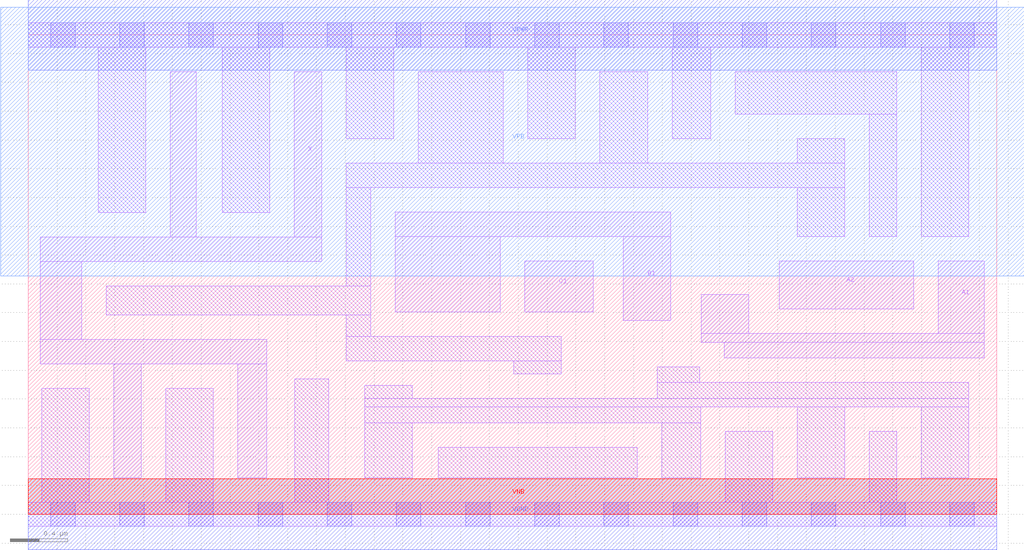
<source format=lef>
# Copyright 2020 The SkyWater PDK Authors
#
# Licensed under the Apache License, Version 2.0 (the "License");
# you may not use this file except in compliance with the License.
# You may obtain a copy of the License at
#
#     https://www.apache.org/licenses/LICENSE-2.0
#
# Unless required by applicable law or agreed to in writing, software
# distributed under the License is distributed on an "AS IS" BASIS,
# WITHOUT WARRANTIES OR CONDITIONS OF ANY KIND, either express or implied.
# See the License for the specific language governing permissions and
# limitations under the License.
#
# SPDX-License-Identifier: Apache-2.0

VERSION 5.7 ;
  NOWIREEXTENSIONATPIN ON ;
  DIVIDERCHAR "/" ;
  BUSBITCHARS "[]" ;
MACRO sky130_fd_sc_lp__o211a_4
  CLASS CORE ;
  FOREIGN sky130_fd_sc_lp__o211a_4 ;
  ORIGIN  0.000000  0.000000 ;
  SIZE  6.720000 BY  3.330000 ;
  SYMMETRY X Y R90 ;
  SITE unit ;
  PIN A1
    ANTENNAGATEAREA  0.630000 ;
    DIRECTION INPUT ;
    USE SIGNAL ;
    PORT
      LAYER li1 ;
        RECT 4.670000 1.195000 6.635000 1.255000 ;
        RECT 4.670000 1.255000 5.000000 1.525000 ;
        RECT 4.830000 1.085000 6.635000 1.195000 ;
        RECT 6.315000 1.255000 6.635000 1.760000 ;
    END
  END A1
  PIN A2
    ANTENNAGATEAREA  0.630000 ;
    DIRECTION INPUT ;
    USE SIGNAL ;
    PORT
      LAYER li1 ;
        RECT 5.210000 1.425000 6.145000 1.760000 ;
    END
  END A2
  PIN B1
    ANTENNAGATEAREA  0.630000 ;
    DIRECTION INPUT ;
    USE SIGNAL ;
    PORT
      LAYER li1 ;
        RECT 2.545000 1.405000 3.275000 1.930000 ;
        RECT 2.545000 1.930000 4.460000 2.100000 ;
        RECT 4.130000 1.345000 4.460000 1.930000 ;
    END
  END B1
  PIN C1
    ANTENNAGATEAREA  0.630000 ;
    DIRECTION INPUT ;
    USE SIGNAL ;
    PORT
      LAYER li1 ;
        RECT 3.445000 1.405000 3.920000 1.760000 ;
    END
  END C1
  PIN X
    ANTENNADIFFAREA  1.176000 ;
    DIRECTION OUTPUT ;
    USE SIGNAL ;
    PORT
      LAYER li1 ;
        RECT 0.085000 1.045000 1.655000 1.215000 ;
        RECT 0.085000 1.215000 0.370000 1.755000 ;
        RECT 0.085000 1.755000 2.035000 1.925000 ;
        RECT 0.595000 0.255000 0.785000 1.045000 ;
        RECT 0.985000 1.925000 1.165000 3.075000 ;
        RECT 1.455000 0.255000 1.655000 1.045000 ;
        RECT 1.845000 1.925000 2.035000 3.075000 ;
    END
  END X
  PIN VGND
    DIRECTION INOUT ;
    USE GROUND ;
    PORT
      LAYER met1 ;
        RECT 0.000000 -0.245000 6.720000 0.245000 ;
    END
  END VGND
  PIN VNB
    DIRECTION INOUT ;
    USE GROUND ;
    PORT
      LAYER pwell ;
        RECT 0.000000 0.000000 6.720000 0.245000 ;
    END
  END VNB
  PIN VPB
    DIRECTION INOUT ;
    USE POWER ;
    PORT
      LAYER nwell ;
        RECT -0.190000 1.655000 6.910000 3.520000 ;
    END
  END VPB
  PIN VPWR
    DIRECTION INOUT ;
    USE POWER ;
    PORT
      LAYER met1 ;
        RECT 0.000000 3.085000 6.720000 3.575000 ;
    END
  END VPWR
  OBS
    LAYER li1 ;
      RECT 0.000000 -0.085000 6.720000 0.085000 ;
      RECT 0.000000  3.245000 6.720000 3.415000 ;
      RECT 0.095000  0.085000 0.425000 0.875000 ;
      RECT 0.485000  2.095000 0.815000 3.245000 ;
      RECT 0.540000  1.385000 2.375000 1.585000 ;
      RECT 0.955000  0.085000 1.285000 0.875000 ;
      RECT 1.345000  2.095000 1.675000 3.245000 ;
      RECT 1.850000  0.085000 2.085000 0.940000 ;
      RECT 2.205000  1.065000 3.700000 1.235000 ;
      RECT 2.205000  1.235000 2.375000 1.385000 ;
      RECT 2.205000  1.585000 2.375000 2.270000 ;
      RECT 2.205000  2.270000 5.665000 2.440000 ;
      RECT 2.205000  2.610000 2.535000 3.245000 ;
      RECT 2.335000  0.255000 2.665000 0.635000 ;
      RECT 2.335000  0.635000 4.665000 0.745000 ;
      RECT 2.335000  0.745000 6.525000 0.805000 ;
      RECT 2.335000  0.805000 2.665000 0.895000 ;
      RECT 2.705000  2.440000 3.295000 3.075000 ;
      RECT 2.845000  0.255000 4.225000 0.465000 ;
      RECT 3.370000  0.975000 3.700000 1.065000 ;
      RECT 3.465000  2.610000 3.795000 3.245000 ;
      RECT 3.965000  2.440000 4.300000 3.075000 ;
      RECT 4.365000  0.805000 6.525000 0.915000 ;
      RECT 4.365000  0.915000 4.660000 1.025000 ;
      RECT 4.395000  0.255000 4.665000 0.635000 ;
      RECT 4.470000  2.610000 4.735000 3.245000 ;
      RECT 4.835000  0.085000 5.165000 0.575000 ;
      RECT 4.905000  2.780000 6.025000 3.075000 ;
      RECT 5.335000  0.255000 5.665000 0.745000 ;
      RECT 5.335000  1.930000 5.665000 2.270000 ;
      RECT 5.335000  2.440000 5.665000 2.610000 ;
      RECT 5.835000  0.085000 6.025000 0.575000 ;
      RECT 5.835000  1.930000 6.025000 2.780000 ;
      RECT 6.195000  0.255000 6.525000 0.745000 ;
      RECT 6.195000  1.930000 6.525000 3.245000 ;
    LAYER mcon ;
      RECT 0.155000 -0.085000 0.325000 0.085000 ;
      RECT 0.155000  3.245000 0.325000 3.415000 ;
      RECT 0.635000 -0.085000 0.805000 0.085000 ;
      RECT 0.635000  3.245000 0.805000 3.415000 ;
      RECT 1.115000 -0.085000 1.285000 0.085000 ;
      RECT 1.115000  3.245000 1.285000 3.415000 ;
      RECT 1.595000 -0.085000 1.765000 0.085000 ;
      RECT 1.595000  3.245000 1.765000 3.415000 ;
      RECT 2.075000 -0.085000 2.245000 0.085000 ;
      RECT 2.075000  3.245000 2.245000 3.415000 ;
      RECT 2.555000 -0.085000 2.725000 0.085000 ;
      RECT 2.555000  3.245000 2.725000 3.415000 ;
      RECT 3.035000 -0.085000 3.205000 0.085000 ;
      RECT 3.035000  3.245000 3.205000 3.415000 ;
      RECT 3.515000 -0.085000 3.685000 0.085000 ;
      RECT 3.515000  3.245000 3.685000 3.415000 ;
      RECT 3.995000 -0.085000 4.165000 0.085000 ;
      RECT 3.995000  3.245000 4.165000 3.415000 ;
      RECT 4.475000 -0.085000 4.645000 0.085000 ;
      RECT 4.475000  3.245000 4.645000 3.415000 ;
      RECT 4.955000 -0.085000 5.125000 0.085000 ;
      RECT 4.955000  3.245000 5.125000 3.415000 ;
      RECT 5.435000 -0.085000 5.605000 0.085000 ;
      RECT 5.435000  3.245000 5.605000 3.415000 ;
      RECT 5.915000 -0.085000 6.085000 0.085000 ;
      RECT 5.915000  3.245000 6.085000 3.415000 ;
      RECT 6.395000 -0.085000 6.565000 0.085000 ;
      RECT 6.395000  3.245000 6.565000 3.415000 ;
  END
END sky130_fd_sc_lp__o211a_4
END LIBRARY

</source>
